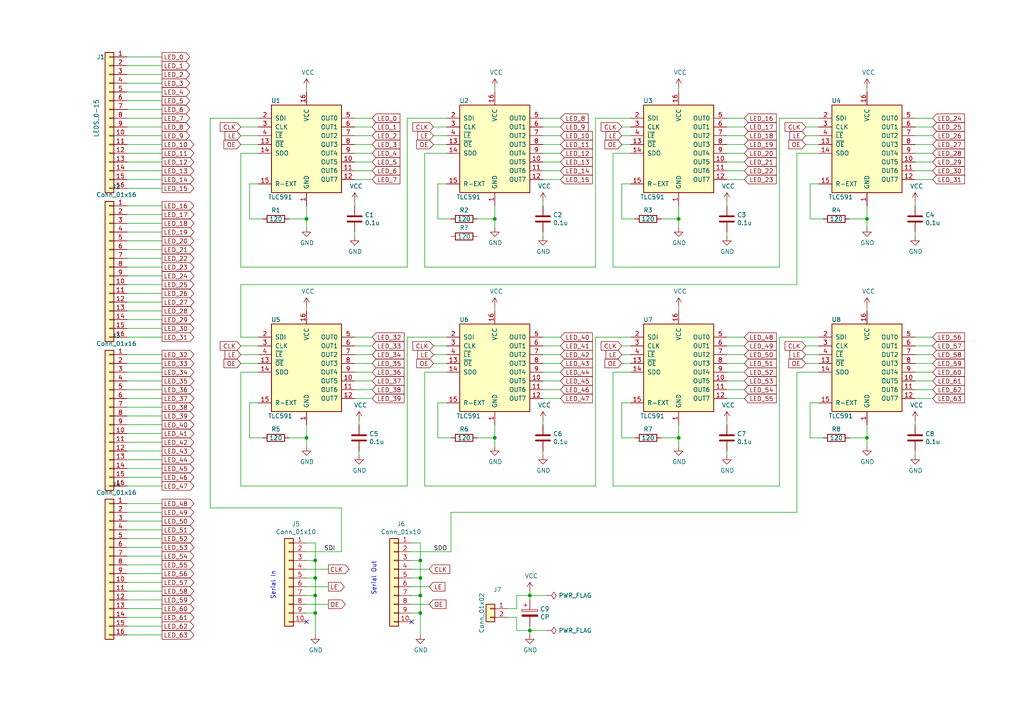
<source format=kicad_sch>
(kicad_sch (version 20230121) (generator eeschema)
  (paper "A4")
  (title_block (title "LED low side switch") (date "2018-05-18") (rev "1V0") (comment 1 "8 constant current shift register"))
  (junction (at 251.46 127))
  (junction (at 121.92 172.72))
  (junction (at 88.9 127))
  (junction (at 153.67 172.72))
  (junction (at 196.85 63.5))
  (junction (at 91.44 172.72))
  (junction (at 143.51 127))
  (junction (at 121.92 177.8))
  (junction (at 91.44 177.8))
  (junction (at 143.51 63.5))
  (junction (at 196.85 127))
  (junction (at 91.44 167.64))
  (junction (at 121.92 167.64))
  (junction (at 91.44 162.56))
  (junction (at 121.92 162.56))
  (junction (at 251.46 63.5))
  (junction (at 88.9 63.5))
  (junction (at 153.67 182.88))
  (no_connect (at 119.38 180.34))
  (no_connect (at 88.9 180.34))
  (wire (pts (xy 121.92 167.64) (xy 121.92 172.72)))
  (wire (pts (xy 118.11 140.97) (xy 118.11 97.79)))
  (wire (pts (xy 153.67 182.88) (xy 153.67 181.61)))
  (wire (pts (xy 76.2 127) (xy 72.39 127)))
  (wire (pts (xy 184.15 63.5) (xy 180.34 63.5)))
  (wire (pts (xy 102.87 46.99) (xy 107.95 46.99)))
  (wire (pts (xy 95.25 165.1) (xy 88.9 165.1)))
  (wire (pts (xy 127 63.5) (xy 130.81 63.5)))
  (wire (pts (xy 46.99 90.17) (xy 36.83 90.17)))
  (wire (pts (xy 237.49 102.87) (xy 233.68 102.87)))
  (wire (pts (xy 270.51 49.53) (xy 265.43 49.53)))
  (wire (pts (xy 215.9 113.03) (xy 210.82 113.03)))
  (wire (pts (xy 180.34 100.33) (xy 182.88 100.33)))
  (wire (pts (xy 246.38 63.5) (xy 251.46 63.5)))
  (wire (pts (xy 270.51 100.33) (xy 265.43 100.33)))
  (wire (pts (xy 265.43 58.42) (xy 265.43 59.69)))
  (wire (pts (xy 88.9 172.72) (xy 91.44 172.72)))
  (wire (pts (xy 46.99 80.01) (xy 36.83 80.01)))
  (wire (pts (xy 123.19 107.95) (xy 123.19 140.97)))
  (wire (pts (xy 102.87 58.42) (xy 102.87 59.69)))
  (wire (pts (xy 226.06 97.79) (xy 237.49 97.79)))
  (wire (pts (xy 196.85 63.5) (xy 196.85 59.69)))
  (wire (pts (xy 265.43 110.49) (xy 270.51 110.49)))
  (wire (pts (xy 69.85 77.47) (xy 118.11 77.47)))
  (wire (pts (xy 265.43 41.91) (xy 270.51 41.91)))
  (wire (pts (xy 180.34 102.87) (xy 182.88 102.87)))
  (wire (pts (xy 130.81 148.59) (xy 130.81 160.02)))
  (wire (pts (xy 210.82 52.07) (xy 215.9 52.07)))
  (wire (pts (xy 162.56 100.33) (xy 157.48 100.33)))
  (wire (pts (xy 107.95 49.53) (xy 102.87 49.53)))
  (wire (pts (xy 177.8 44.45) (xy 177.8 77.47)))
  (wire (pts (xy 69.85 97.79) (xy 74.93 97.79)))
  (wire (pts (xy 210.82 41.91) (xy 215.9 41.91)))
  (wire (pts (xy 226.06 77.47) (xy 226.06 34.29)))
  (wire (pts (xy 226.06 34.29) (xy 237.49 34.29)))
  (wire (pts (xy 196.85 25.4) (xy 196.85 26.67)))
  (wire (pts (xy 46.99 128.27) (xy 36.83 128.27)))
  (wire (pts (xy 46.99 105.41) (xy 36.83 105.41)))
  (wire (pts (xy 107.95 100.33) (xy 102.87 100.33)))
  (wire (pts (xy 162.56 113.03) (xy 157.48 113.03)))
  (wire (pts (xy 177.8 140.97) (xy 226.06 140.97)))
  (wire (pts (xy 237.49 44.45) (xy 231.14 44.45)))
  (wire (pts (xy 46.99 34.29) (xy 36.83 34.29)))
  (wire (pts (xy 95.25 175.26) (xy 88.9 175.26)))
  (wire (pts (xy 46.99 163.83) (xy 36.83 163.83)))
  (wire (pts (xy 210.82 39.37) (xy 215.9 39.37)))
  (wire (pts (xy 153.67 171.45) (xy 153.67 172.72)))
  (wire (pts (xy 237.49 39.37) (xy 233.68 39.37)))
  (wire (pts (xy 129.54 44.45) (xy 123.19 44.45)))
  (wire (pts (xy 46.99 29.21) (xy 36.83 29.21)))
  (wire (pts (xy 46.99 21.59) (xy 36.83 21.59)))
  (wire (pts (xy 107.95 36.83) (xy 102.87 36.83)))
  (wire (pts (xy 251.46 25.4) (xy 251.46 26.67)))
  (wire (pts (xy 231.14 44.45) (xy 231.14 82.55)))
  (wire (pts (xy 196.85 88.9) (xy 196.85 90.17)))
  (wire (pts (xy 104.14 132.08) (xy 104.14 130.81)))
  (wire (pts (xy 127 127) (xy 127 116.84)))
  (wire (pts (xy 102.87 52.07) (xy 107.95 52.07)))
  (wire (pts (xy 234.95 63.5) (xy 234.95 53.34)))
  (wire (pts (xy 231.14 148.59) (xy 130.81 148.59)))
  (wire (pts (xy 88.9 66.04) (xy 88.9 63.5)))
  (wire (pts (xy 46.99 168.91) (xy 36.83 168.91)))
  (wire (pts (xy 125.73 100.33) (xy 129.54 100.33)))
  (wire (pts (xy 210.82 105.41) (xy 215.9 105.41)))
  (wire (pts (xy 143.51 25.4) (xy 143.51 26.67)))
  (wire (pts (xy 153.67 172.72) (xy 153.67 173.99)))
  (wire (pts (xy 177.8 107.95) (xy 177.8 140.97)))
  (wire (pts (xy 46.99 52.07) (xy 36.83 52.07)))
  (wire (pts (xy 107.95 107.95) (xy 102.87 107.95)))
  (wire (pts (xy 157.48 41.91) (xy 162.56 41.91)))
  (wire (pts (xy 102.87 115.57) (xy 107.95 115.57)))
  (wire (pts (xy 46.99 92.71) (xy 36.83 92.71)))
  (wire (pts (xy 124.46 165.1) (xy 119.38 165.1)))
  (wire (pts (xy 231.14 107.95) (xy 231.14 148.59)))
  (wire (pts (xy 215.9 49.53) (xy 210.82 49.53)))
  (wire (pts (xy 88.9 157.48) (xy 91.44 157.48)))
  (wire (pts (xy 46.99 46.99) (xy 36.83 46.99)))
  (wire (pts (xy 123.19 44.45) (xy 123.19 77.47)))
  (wire (pts (xy 91.44 157.48) (xy 91.44 162.56)))
  (wire (pts (xy 233.68 100.33) (xy 237.49 100.33)))
  (wire (pts (xy 157.48 102.87) (xy 162.56 102.87)))
  (wire (pts (xy 46.99 151.13) (xy 36.83 151.13)))
  (wire (pts (xy 180.34 63.5) (xy 180.34 53.34)))
  (wire (pts (xy 157.48 68.58) (xy 157.48 67.31)))
  (wire (pts (xy 121.92 172.72) (xy 121.92 177.8)))
  (wire (pts (xy 265.43 68.58) (xy 265.43 67.31)))
  (wire (pts (xy 72.39 116.84) (xy 74.93 116.84)))
  (wire (pts (xy 210.82 58.42) (xy 210.82 59.69)))
  (wire (pts (xy 46.99 184.15) (xy 36.83 184.15)))
  (wire (pts (xy 121.92 162.56) (xy 121.92 157.48)))
  (wire (pts (xy 46.99 64.77) (xy 36.83 64.77)))
  (wire (pts (xy 172.72 97.79) (xy 172.72 140.97)))
  (wire (pts (xy 191.77 63.5) (xy 196.85 63.5)))
  (wire (pts (xy 46.99 115.57) (xy 36.83 115.57)))
  (wire (pts (xy 46.99 59.69) (xy 36.83 59.69)))
  (wire (pts (xy 46.99 74.93) (xy 36.83 74.93)))
  (wire (pts (xy 177.8 77.47) (xy 226.06 77.47)))
  (wire (pts (xy 46.99 54.61) (xy 36.83 54.61)))
  (wire (pts (xy 157.48 52.07) (xy 162.56 52.07)))
  (wire (pts (xy 143.51 63.5) (xy 143.51 59.69)))
  (wire (pts (xy 119.38 172.72) (xy 121.92 172.72)))
  (wire (pts (xy 251.46 88.9) (xy 251.46 90.17)))
  (wire (pts (xy 46.99 72.39) (xy 36.83 72.39)))
  (wire (pts (xy 162.56 107.95) (xy 157.48 107.95)))
  (wire (pts (xy 102.87 34.29) (xy 107.95 34.29)))
  (wire (pts (xy 46.99 95.25) (xy 36.83 95.25)))
  (wire (pts (xy 251.46 66.04) (xy 251.46 63.5)))
  (wire (pts (xy 119.38 177.8) (xy 121.92 177.8)))
  (wire (pts (xy 69.85 39.37) (xy 74.93 39.37)))
  (wire (pts (xy 147.32 179.07) (xy 149.86 179.07)))
  (wire (pts (xy 149.86 182.88) (xy 153.67 182.88)))
  (wire (pts (xy 233.68 105.41) (xy 237.49 105.41)))
  (wire (pts (xy 210.82 97.79) (xy 215.9 97.79)))
  (wire (pts (xy 69.85 102.87) (xy 74.93 102.87)))
  (wire (pts (xy 46.99 62.23) (xy 36.83 62.23)))
  (wire (pts (xy 74.93 107.95) (xy 69.85 107.95)))
  (wire (pts (xy 46.99 26.67) (xy 36.83 26.67)))
  (wire (pts (xy 88.9 25.4) (xy 88.9 26.67)))
  (wire (pts (xy 265.43 105.41) (xy 270.51 105.41)))
  (wire (pts (xy 215.9 100.33) (xy 210.82 100.33)))
  (wire (pts (xy 107.95 44.45) (xy 102.87 44.45)))
  (wire (pts (xy 46.99 69.85) (xy 36.83 69.85)))
  (wire (pts (xy 91.44 172.72) (xy 91.44 177.8)))
  (wire (pts (xy 123.19 140.97) (xy 172.72 140.97)))
  (wire (pts (xy 88.9 160.02) (xy 99.06 160.02)))
  (wire (pts (xy 127 53.34) (xy 129.54 53.34)))
  (wire (pts (xy 46.99 130.81) (xy 36.83 130.81)))
  (wire (pts (xy 265.43 115.57) (xy 270.51 115.57)))
  (wire (pts (xy 157.48 132.08) (xy 157.48 130.81)))
  (wire (pts (xy 69.85 140.97) (xy 118.11 140.97)))
  (wire (pts (xy 88.9 162.56) (xy 91.44 162.56)))
  (wire (pts (xy 234.95 127) (xy 234.95 116.84)))
  (wire (pts (xy 46.99 123.19) (xy 36.83 123.19)))
  (wire (pts (xy 210.82 132.08) (xy 210.82 130.81)))
  (wire (pts (xy 118.11 97.79) (xy 129.54 97.79)))
  (wire (pts (xy 119.38 157.48) (xy 121.92 157.48)))
  (wire (pts (xy 102.87 39.37) (xy 107.95 39.37)))
  (wire (pts (xy 83.82 127) (xy 88.9 127)))
  (wire (pts (xy 180.34 41.91) (xy 182.88 41.91)))
  (wire (pts (xy 46.99 181.61) (xy 36.83 181.61)))
  (wire (pts (xy 46.99 118.11) (xy 36.83 118.11)))
  (wire (pts (xy 46.99 158.75) (xy 36.83 158.75)))
  (wire (pts (xy 46.99 173.99) (xy 36.83 173.99)))
  (wire (pts (xy 124.46 175.26) (xy 119.38 175.26)))
  (wire (pts (xy 162.56 44.45) (xy 157.48 44.45)))
  (wire (pts (xy 46.99 179.07) (xy 36.83 179.07)))
  (wire (pts (xy 125.73 105.41) (xy 129.54 105.41)))
  (wire (pts (xy 46.99 87.63) (xy 36.83 87.63)))
  (wire (pts (xy 270.51 36.83) (xy 265.43 36.83)))
  (wire (pts (xy 46.99 41.91) (xy 36.83 41.91)))
  (wire (pts (xy 143.51 88.9) (xy 143.51 90.17)))
  (wire (pts (xy 46.99 161.29) (xy 36.83 161.29)))
  (wire (pts (xy 60.96 34.29) (xy 74.93 34.29)))
  (wire (pts (xy 69.85 82.55) (xy 69.85 97.79)))
  (wire (pts (xy 127 63.5) (xy 127 53.34)))
  (wire (pts (xy 210.82 110.49) (xy 215.9 110.49)))
  (wire (pts (xy 234.95 53.34) (xy 237.49 53.34)))
  (wire (pts (xy 191.77 127) (xy 196.85 127)))
  (wire (pts (xy 46.99 176.53) (xy 36.83 176.53)))
  (wire (pts (xy 158.75 172.72) (xy 153.67 172.72)))
  (wire (pts (xy 180.34 116.84) (xy 182.88 116.84)))
  (wire (pts (xy 149.86 176.53) (xy 149.86 172.72)))
  (wire (pts (xy 46.99 39.37) (xy 36.83 39.37)))
  (wire (pts (xy 231.14 82.55) (xy 69.85 82.55)))
  (wire (pts (xy 210.82 68.58) (xy 210.82 67.31)))
  (wire (pts (xy 74.93 44.45) (xy 69.85 44.45)))
  (wire (pts (xy 69.85 44.45) (xy 69.85 77.47)))
  (wire (pts (xy 46.99 171.45) (xy 36.83 171.45)))
  (wire (pts (xy 127 116.84) (xy 129.54 116.84)))
  (wire (pts (xy 125.73 36.83) (xy 129.54 36.83)))
  (wire (pts (xy 182.88 107.95) (xy 177.8 107.95)))
  (wire (pts (xy 102.87 102.87) (xy 107.95 102.87)))
  (wire (pts (xy 251.46 129.54) (xy 251.46 127)))
  (wire (pts (xy 46.99 107.95) (xy 36.83 107.95)))
  (wire (pts (xy 46.99 82.55) (xy 36.83 82.55)))
  (wire (pts (xy 251.46 127) (xy 251.46 123.19)))
  (wire (pts (xy 210.82 34.29) (xy 215.9 34.29)))
  (wire (pts (xy 46.99 120.65) (xy 36.83 120.65)))
  (wire (pts (xy 46.99 153.67) (xy 36.83 153.67)))
  (wire (pts (xy 119.38 170.18) (xy 124.46 170.18)))
  (wire (pts (xy 69.85 36.83) (xy 74.93 36.83)))
  (wire (pts (xy 184.15 127) (xy 180.34 127)))
  (wire (pts (xy 172.72 34.29) (xy 182.88 34.29)))
  (wire (pts (xy 121.92 177.8) (xy 121.92 184.15)))
  (wire (pts (xy 265.43 39.37) (xy 270.51 39.37)))
  (wire (pts (xy 119.38 167.64) (xy 121.92 167.64)))
  (wire (pts (xy 129.54 39.37) (xy 125.73 39.37)))
  (wire (pts (xy 46.99 85.09) (xy 36.83 85.09)))
  (wire (pts (xy 157.48 115.57) (xy 162.56 115.57)))
  (wire (pts (xy 72.39 63.5) (xy 72.39 53.34)))
  (wire (pts (xy 46.99 36.83) (xy 36.83 36.83)))
  (wire (pts (xy 265.43 132.08) (xy 265.43 130.81)))
  (wire (pts (xy 210.82 46.99) (xy 215.9 46.99)))
  (wire (pts (xy 46.99 44.45) (xy 36.83 44.45)))
  (wire (pts (xy 143.51 66.04) (xy 143.51 63.5)))
  (wire (pts (xy 147.32 176.53) (xy 149.86 176.53)))
  (wire (pts (xy 237.49 107.95) (xy 231.14 107.95)))
  (wire (pts (xy 125.73 41.91) (xy 129.54 41.91)))
  (wire (pts (xy 180.34 127) (xy 180.34 116.84)))
  (wire (pts (xy 153.67 184.15) (xy 153.67 182.88)))
  (wire (pts (xy 46.99 135.89) (xy 36.83 135.89)))
  (wire (pts (xy 118.11 34.29) (xy 129.54 34.29)))
  (wire (pts (xy 88.9 63.5) (xy 88.9 59.69)))
  (wire (pts (xy 226.06 140.97) (xy 226.06 97.79)))
  (wire (pts (xy 46.99 102.87) (xy 36.83 102.87)))
  (wire (pts (xy 210.82 121.92) (xy 210.82 123.19)))
  (wire (pts (xy 157.48 46.99) (xy 162.56 46.99)))
  (wire (pts (xy 46.99 125.73) (xy 36.83 125.73)))
  (wire (pts (xy 233.68 41.91) (xy 237.49 41.91)))
  (wire (pts (xy 233.68 36.83) (xy 237.49 36.83)))
  (wire (pts (xy 102.87 110.49) (xy 107.95 110.49)))
  (wire (pts (xy 99.06 147.32) (xy 60.96 147.32)))
  (wire (pts (xy 69.85 107.95) (xy 69.85 140.97)))
  (wire (pts (xy 72.39 53.34) (xy 74.93 53.34)))
  (wire (pts (xy 182.88 44.45) (xy 177.8 44.45)))
  (wire (pts (xy 215.9 107.95) (xy 210.82 107.95)))
  (wire (pts (xy 46.99 140.97) (xy 36.83 140.97)))
  (wire (pts (xy 46.99 31.75) (xy 36.83 31.75)))
  (wire (pts (xy 46.99 67.31) (xy 36.83 67.31)))
  (wire (pts (xy 180.34 36.83) (xy 182.88 36.83)))
  (wire (pts (xy 46.99 113.03) (xy 36.83 113.03)))
  (wire (pts (xy 143.51 129.54) (xy 143.51 127)))
  (wire (pts (xy 46.99 16.51) (xy 36.83 16.51)))
  (wire (pts (xy 158.75 182.88) (xy 153.67 182.88)))
  (wire (pts (xy 46.99 77.47) (xy 36.83 77.47)))
  (wire (pts (xy 69.85 100.33) (xy 74.93 100.33)))
  (wire (pts (xy 162.56 49.53) (xy 157.48 49.53)))
  (wire (pts (xy 265.43 102.87) (xy 270.51 102.87)))
  (wire (pts (xy 265.43 46.99) (xy 270.51 46.99)))
  (wire (pts (xy 72.39 127) (xy 72.39 116.84)))
  (wire (pts (xy 265.43 121.92) (xy 265.43 123.19)))
  (wire (pts (xy 172.72 34.29) (xy 172.72 77.47)))
  (wire (pts (xy 104.14 121.92) (xy 104.14 123.19)))
  (wire (pts (xy 215.9 44.45) (xy 210.82 44.45)))
  (wire (pts (xy 157.48 110.49) (xy 162.56 110.49)))
  (wire (pts (xy 46.99 148.59) (xy 36.83 148.59)))
  (wire (pts (xy 143.51 127) (xy 143.51 123.19)))
  (wire (pts (xy 69.85 105.41) (xy 74.93 105.41)))
  (wire (pts (xy 88.9 170.18) (xy 95.25 170.18)))
  (wire (pts (xy 46.99 19.05) (xy 36.83 19.05)))
  (wire (pts (xy 119.38 162.56) (xy 121.92 162.56)))
  (wire (pts (xy 149.86 179.07) (xy 149.86 182.88)))
  (wire (pts (xy 157.48 97.79) (xy 162.56 97.79)))
  (wire (pts (xy 138.43 127) (xy 143.51 127)))
  (wire (pts (xy 196.85 66.04) (xy 196.85 63.5)))
  (wire (pts (xy 157.48 39.37) (xy 162.56 39.37)))
  (wire (pts (xy 234.95 116.84) (xy 237.49 116.84)))
  (wire (pts (xy 46.99 156.21) (xy 36.83 156.21)))
  (wire (pts (xy 129.54 107.95) (xy 123.19 107.95)))
  (wire (pts (xy 180.34 39.37) (xy 182.88 39.37)))
  (wire (pts (xy 107.95 113.03) (xy 102.87 113.03)))
  (wire (pts (xy 196.85 127) (xy 196.85 123.19)))
  (wire (pts (xy 88.9 167.64) (xy 91.44 167.64)))
  (wire (pts (xy 46.99 97.79) (xy 36.83 97.79)))
  (wire (pts (xy 215.9 36.83) (xy 210.82 36.83)))
  (wire (pts (xy 270.51 44.45) (xy 265.43 44.45)))
  (wire (pts (xy 251.46 63.5) (xy 251.46 59.69)))
  (wire (pts (xy 102.87 68.58) (xy 102.87 67.31)))
  (wire (pts (xy 246.38 127) (xy 251.46 127)))
  (wire (pts (xy 46.99 133.35) (xy 36.83 133.35)))
  (wire (pts (xy 270.51 107.95) (xy 265.43 107.95)))
  (wire (pts (xy 88.9 129.54) (xy 88.9 127)))
  (wire (pts (xy 180.34 53.34) (xy 182.88 53.34)))
  (wire (pts (xy 265.43 52.07) (xy 270.51 52.07)))
  (wire (pts (xy 102.87 97.79) (xy 107.95 97.79)))
  (wire (pts (xy 46.99 49.53) (xy 36.83 49.53)))
  (wire (pts (xy 265.43 34.29) (xy 270.51 34.29)))
  (wire (pts (xy 46.99 166.37) (xy 36.83 166.37)))
  (wire (pts (xy 91.44 162.56) (xy 91.44 167.64)))
  (wire (pts (xy 157.48 58.42) (xy 157.48 59.69)))
  (wire (pts (xy 88.9 177.8) (xy 91.44 177.8)))
  (wire (pts (xy 270.51 113.03) (xy 265.43 113.03)))
  (wire (pts (xy 210.82 102.87) (xy 215.9 102.87)))
  (wire (pts (xy 210.82 115.57) (xy 215.9 115.57)))
  (wire (pts (xy 69.85 41.91) (xy 74.93 41.91)))
  (wire (pts (xy 157.48 34.29) (xy 162.56 34.29)))
  (wire (pts (xy 102.87 41.91) (xy 107.95 41.91)))
  (wire (pts (xy 121.92 162.56) (xy 121.92 167.64)))
  (wire (pts (xy 76.2 63.5) (xy 72.39 63.5)))
  (wire (pts (xy 127 127) (xy 130.81 127)))
  (wire (pts (xy 172.72 97.79) (xy 182.88 97.79)))
  (wire (pts (xy 162.56 36.83) (xy 157.48 36.83)))
  (wire (pts (xy 46.99 110.49) (xy 36.83 110.49)))
  (wire (pts (xy 157.48 121.92) (xy 157.48 123.19)))
  (wire (pts (xy 88.9 88.9) (xy 88.9 90.17)))
  (wire (pts (xy 91.44 167.64) (xy 91.44 172.72)))
  (wire (pts (xy 118.11 77.47) (xy 118.11 34.29)))
  (wire (pts (xy 265.43 97.79) (xy 270.51 97.79)))
  (wire (pts (xy 83.82 63.5) (xy 88.9 63.5)))
  (wire (pts (xy 196.85 129.54) (xy 196.85 127)))
  (wire (pts (xy 102.87 105.41) (xy 107.95 105.41)))
  (wire (pts (xy 46.99 24.13) (xy 36.83 24.13)))
  (wire (pts (xy 123.19 77.47) (xy 172.72 77.47)))
  (wire (pts (xy 91.44 177.8) (xy 91.44 184.15)))
  (wire (pts (xy 60.96 147.32) (xy 60.96 34.29)))
  (wire (pts (xy 119.38 160.02) (xy 130.81 160.02)))
  (wire (pts (xy 88.9 127) (xy 88.9 123.19)))
  (wire (pts (xy 46.99 146.05) (xy 36.83 146.05)))
  (wire (pts (xy 180.34 105.41) (xy 182.88 105.41)))
  (wire (pts (xy 157.48 105.41) (xy 162.56 105.41)))
  (wire (pts (xy 99.06 160.02) (xy 99.06 147.32)))
  (wire (pts (xy 234.95 127) (xy 238.76 127)))
  (wire (pts (xy 234.95 63.5) (xy 238.76 63.5)))
  (wire (pts (xy 46.99 138.43) (xy 36.83 138.43)))
  (wire (pts (xy 149.86 172.72) (xy 153.67 172.72)))
  (wire (pts (xy 138.43 63.5) (xy 143.51 63.5)))
  (wire (pts (xy 129.54 102.87) (xy 125.73 102.87)))
  (text "Serial In" (at 80.01 173.99 90) (effects (font (size 1.27 1.27)) (justify left bottom)))
  (text "Serial Out" (at 109.22 172.72 90) (effects (font (size 1.27 1.27)) (justify left bottom)))
  (label "SDO" (at 125.73 160.02 0))
  (label "SDI" (at 93.98 160.02 0))
  (global_label "LED_1" (shape output) (at 46.99 19.05 0) (property "Intersheetrefs" "${INTERSHEET_REFS}" (effects hide)))
  (global_label "OE" (shape output) (at 95.25 175.26 0) (property "Intersheetrefs" "${INTERSHEET_REFS}" (effects hide)))
  (global_label "OE" (shape input) (at 180.34 105.41 180) (property "Intersheetrefs" "${INTERSHEET_REFS}" (effects hide)))
  (global_label "LED_60" (shape output) (at 46.99 176.53 0) (property "Intersheetrefs" "${INTERSHEET_REFS}" (effects hide)))
  (global_label "LED_8" (shape input) (at 162.56 34.29 0) (property "Intersheetrefs" "${INTERSHEET_REFS}" (effects hide)))
  (global_label "LE" (shape input) (at 69.85 39.37 180) (property "Intersheetrefs" "${INTERSHEET_REFS}" (effects hide)))
  (global_label "LED_31" (shape input) (at 270.51 52.07 0) (property "Intersheetrefs" "${INTERSHEET_REFS}" (effects hide)))
  (global_label "LED_31" (shape output) (at 46.99 97.79 0) (property "Intersheetrefs" "${INTERSHEET_REFS}" (effects hide)))
  (global_label "LED_61" (shape output) (at 46.99 179.07 0) (property "Intersheetrefs" "${INTERSHEET_REFS}" (effects hide)))
  (global_label "OE" (shape input) (at 69.85 105.41 180) (property "Intersheetrefs" "${INTERSHEET_REFS}" (effects hide)))
  (global_label "CLK" (shape input) (at 69.85 36.83 180) (property "Intersheetrefs" "${INTERSHEET_REFS}" (effects hide)))
  (global_label "OE" (shape input) (at 180.34 41.91 180) (property "Intersheetrefs" "${INTERSHEET_REFS}" (effects hide)))
  (global_label "LED_43" (shape output) (at 46.99 130.81 0) (property "Intersheetrefs" "${INTERSHEET_REFS}" (effects hide)))
  (global_label "LED_25" (shape output) (at 46.99 82.55 0) (property "Intersheetrefs" "${INTERSHEET_REFS}" (effects hide)))
  (global_label "LED_32" (shape output) (at 46.99 102.87 0) (property "Intersheetrefs" "${INTERSHEET_REFS}" (effects hide)))
  (global_label "OE" (shape input) (at 233.68 41.91 180) (property "Intersheetrefs" "${INTERSHEET_REFS}" (effects hide)))
  (global_label "LED_40" (shape input) (at 162.56 97.79 0) (property "Intersheetrefs" "${INTERSHEET_REFS}" (effects hide)))
  (global_label "LED_35" (shape output) (at 46.99 110.49 0) (property "Intersheetrefs" "${INTERSHEET_REFS}" (effects hide)))
  (global_label "CLK" (shape input) (at 233.68 36.83 180) (property "Intersheetrefs" "${INTERSHEET_REFS}" (effects hide)))
  (global_label "LED_62" (shape input) (at 270.51 113.03 0) (property "Intersheetrefs" "${INTERSHEET_REFS}" (effects hide)))
  (global_label "LED_51" (shape output) (at 46.99 153.67 0) (property "Intersheetrefs" "${INTERSHEET_REFS}" (effects hide)))
  (global_label "LE" (shape input) (at 125.73 102.87 180) (property "Intersheetrefs" "${INTERSHEET_REFS}" (effects hide)))
  (global_label "LED_62" (shape output) (at 46.99 181.61 0) (property "Intersheetrefs" "${INTERSHEET_REFS}" (effects hide)))
  (global_label "LED_5" (shape input) (at 107.95 46.99 0) (property "Intersheetrefs" "${INTERSHEET_REFS}" (effects hide)))
  (global_label "LED_17" (shape input) (at 215.9 36.83 0) (property "Intersheetrefs" "${INTERSHEET_REFS}" (effects hide)))
  (global_label "CLK" (shape input) (at 69.85 100.33 180) (property "Intersheetrefs" "${INTERSHEET_REFS}" (effects hide)))
  (global_label "LED_38" (shape output) (at 46.99 118.11 0) (property "Intersheetrefs" "${INTERSHEET_REFS}" (effects hide)))
  (global_label "LED_0" (shape input) (at 107.95 34.29 0) (property "Intersheetrefs" "${INTERSHEET_REFS}" (effects hide)))
  (global_label "LED_27" (shape output) (at 46.99 87.63 0) (property "Intersheetrefs" "${INTERSHEET_REFS}" (effects hide)))
  (global_label "LED_24" (shape output) (at 46.99 80.01 0) (property "Intersheetrefs" "${INTERSHEET_REFS}" (effects hide)))
  (global_label "LED_49" (shape input) (at 215.9 100.33 0) (property "Intersheetrefs" "${INTERSHEET_REFS}" (effects hide)))
  (global_label "LED_20" (shape input) (at 215.9 44.45 0) (property "Intersheetrefs" "${INTERSHEET_REFS}" (effects hide)))
  (global_label "LED_39" (shape input) (at 107.95 115.57 0) (property "Intersheetrefs" "${INTERSHEET_REFS}" (effects hide)))
  (global_label "LED_0" (shape output) (at 46.99 16.51 0) (property "Intersheetrefs" "${INTERSHEET_REFS}" (effects hide)))
  (global_label "LED_22" (shape output) (at 46.99 74.93 0) (property "Intersheetrefs" "${INTERSHEET_REFS}" (effects hide)))
  (global_label "OE" (shape input) (at 125.73 41.91 180) (property "Intersheetrefs" "${INTERSHEET_REFS}" (effects hide)))
  (global_label "LED_17" (shape output) (at 46.99 62.23 0) (property "Intersheetrefs" "${INTERSHEET_REFS}" (effects hide)))
  (global_label "LED_50" (shape output) (at 46.99 151.13 0) (property "Intersheetrefs" "${INTERSHEET_REFS}" (effects hide)))
  (global_label "LED_19" (shape input) (at 215.9 41.91 0) (property "Intersheetrefs" "${INTERSHEET_REFS}" (effects hide)))
  (global_label "LED_34" (shape input) (at 107.95 102.87 0) (property "Intersheetrefs" "${INTERSHEET_REFS}" (effects hide)))
  (global_label "LED_9" (shape input) (at 162.56 36.83 0) (property "Intersheetrefs" "${INTERSHEET_REFS}" (effects hide)))
  (global_label "LED_23" (shape output) (at 46.99 77.47 0) (property "Intersheetrefs" "${INTERSHEET_REFS}" (effects hide)))
  (global_label "LE" (shape input) (at 180.34 39.37 180) (property "Intersheetrefs" "${INTERSHEET_REFS}" (effects hide)))
  (global_label "LED_12" (shape output) (at 46.99 46.99 0) (property "Intersheetrefs" "${INTERSHEET_REFS}" (effects hide)))
  (global_label "LED_56" (shape input) (at 270.51 97.79 0) (property "Intersheetrefs" "${INTERSHEET_REFS}" (effects hide)))
  (global_label "LED_33" (shape input) (at 107.95 100.33 0) (property "Intersheetrefs" "${INTERSHEET_REFS}" (effects hide)))
  (global_label "LED_41" (shape input) (at 162.56 100.33 0) (property "Intersheetrefs" "${INTERSHEET_REFS}" (effects hide)))
  (global_label "LED_4" (shape input) (at 107.95 44.45 0) (property "Intersheetrefs" "${INTERSHEET_REFS}" (effects hide)))
  (global_label "LED_44" (shape input) (at 162.56 107.95 0) (property "Intersheetrefs" "${INTERSHEET_REFS}" (effects hide)))
  (global_label "LED_6" (shape input) (at 107.95 49.53 0) (property "Intersheetrefs" "${INTERSHEET_REFS}" (effects hide)))
  (global_label "LED_28" (shape output) (at 46.99 90.17 0) (property "Intersheetrefs" "${INTERSHEET_REFS}" (effects hide)))
  (global_label "LED_36" (shape output) (at 46.99 113.03 0) (property "Intersheetrefs" "${INTERSHEET_REFS}" (effects hide)))
  (global_label "LED_63" (shape input) (at 270.51 115.57 0) (property "Intersheetrefs" "${INTERSHEET_REFS}" (effects hide)))
  (global_label "LED_30" (shape output) (at 46.99 95.25 0) (property "Intersheetrefs" "${INTERSHEET_REFS}" (effects hide)))
  (global_label "LED_59" (shape input) (at 270.51 105.41 0) (property "Intersheetrefs" "${INTERSHEET_REFS}" (effects hide)))
  (global_label "LED_20" (shape output) (at 46.99 69.85 0) (property "Intersheetrefs" "${INTERSHEET_REFS}" (effects hide)))
  (global_label "LED_54" (shape input) (at 215.9 113.03 0) (property "Intersheetrefs" "${INTERSHEET_REFS}" (effects hide)))
  (global_label "LED_60" (shape input) (at 270.51 107.95 0) (property "Intersheetrefs" "${INTERSHEET_REFS}" (effects hide)))
  (global_label "LED_2" (shape output) (at 46.99 21.59 0) (property "Intersheetrefs" "${INTERSHEET_REFS}" (effects hide)))
  (global_label "LED_9" (shape output) (at 46.99 39.37 0) (property "Intersheetrefs" "${INTERSHEET_REFS}" (effects hide)))
  (global_label "LED_28" (shape input) (at 270.51 44.45 0) (property "Intersheetrefs" "${INTERSHEET_REFS}" (effects hide)))
  (global_label "LED_55" (shape input) (at 215.9 115.57 0) (property "Intersheetrefs" "${INTERSHEET_REFS}" (effects hide)))
  (global_label "LED_51" (shape input) (at 215.9 105.41 0) (property "Intersheetrefs" "${INTERSHEET_REFS}" (effects hide)))
  (global_label "LED_53" (shape output) (at 46.99 158.75 0) (property "Intersheetrefs" "${INTERSHEET_REFS}" (effects hide)))
  (global_label "LED_18" (shape output) (at 46.99 64.77 0) (property "Intersheetrefs" "${INTERSHEET_REFS}" (effects hide)))
  (global_label "LE" (shape input) (at 180.34 102.87 180) (property "Intersheetrefs" "${INTERSHEET_REFS}" (effects hide)))
  (global_label "LED_7" (shape output) (at 46.99 34.29 0) (property "Intersheetrefs" "${INTERSHEET_REFS}" (effects hide)))
  (global_label "LED_22" (shape input) (at 215.9 49.53 0) (property "Intersheetrefs" "${INTERSHEET_REFS}" (effects hide)))
  (global_label "LED_8" (shape output) (at 46.99 36.83 0) (property "Intersheetrefs" "${INTERSHEET_REFS}" (effects hide)))
  (global_label "LED_35" (shape input) (at 107.95 105.41 0) (property "Intersheetrefs" "${INTERSHEET_REFS}" (effects hide)))
  (global_label "LED_33" (shape output) (at 46.99 105.41 0) (property "Intersheetrefs" "${INTERSHEET_REFS}" (effects hide)))
  (global_label "LED_36" (shape input) (at 107.95 107.95 0) (property "Intersheetrefs" "${INTERSHEET_REFS}" (effects hide)))
  (global_label "LED_3" (shape input) (at 107.95 41.91 0) (property "Intersheetrefs" "${INTERSHEET_REFS}" (effects hide)))
  (global_label "LED_47" (shape output) (at 46.99 140.97 0) (property "Intersheetrefs" "${INTERSHEET_REFS}" (effects hide)))
  (global_label "LED_48" (shape input) (at 215.9 97.79 0) (property "Intersheetrefs" "${INTERSHEET_REFS}" (effects hide)))
  (global_label "LED_16" (shape input) (at 215.9 34.29 0) (property "Intersheetrefs" "${INTERSHEET_REFS}" (effects hide)))
  (global_label "LED_41" (shape output) (at 46.99 125.73 0) (property "Intersheetrefs" "${INTERSHEET_REFS}" (effects hide)))
  (global_label "LE" (shape input) (at 69.85 102.87 180) (property "Intersheetrefs" "${INTERSHEET_REFS}" (effects hide)))
  (global_label "OE" (shape input) (at 124.46 175.26 0) (property "Intersheetrefs" "${INTERSHEET_REFS}" (effects hide)))
  (global_label "LED_37" (shape input) (at 107.95 110.49 0) (property "Intersheetrefs" "${INTERSHEET_REFS}" (effects hide)))
  (global_label "LE" (shape input) (at 233.68 39.37 180) (property "Intersheetrefs" "${INTERSHEET_REFS}" (effects hide)))
  (global_label "LED_57" (shape input) (at 270.51 100.33 0) (property "Intersheetrefs" "${INTERSHEET_REFS}" (effects hide)))
  (global_label "OE" (shape input) (at 233.68 105.41 180) (property "Intersheetrefs" "${INTERSHEET_REFS}" (effects hide)))
  (global_label "LED_14" (shape input) (at 162.56 49.53 0) (property "Intersheetrefs" "${INTERSHEET_REFS}" (effects hide)))
  (global_label "LED_2" (shape input) (at 107.95 39.37 0) (property "Intersheetrefs" "${INTERSHEET_REFS}" (effects hide)))
  (global_label "LE" (shape input) (at 124.46 170.18 0) (property "Intersheetrefs" "${INTERSHEET_REFS}" (effects hide)))
  (global_label "LED_55" (shape output) (at 46.99 163.83 0) (property "Intersheetrefs" "${INTERSHEET_REFS}" (effects hide)))
  (global_label "CLK" (shape input) (at 233.68 100.33 180) (property "Intersheetrefs" "${INTERSHEET_REFS}" (effects hide)))
  (global_label "LED_49" (shape output) (at 46.99 148.59 0) (property "Intersheetrefs" "${INTERSHEET_REFS}" (effects hide)))
  (global_label "LED_59" (shape output) (at 46.99 173.99 0) (property "Intersheetrefs" "${INTERSHEET_REFS}" (effects hide)))
  (global_label "LED_10" (shape input) (at 162.56 39.37 0) (property "Intersheetrefs" "${INTERSHEET_REFS}" (effects hide)))
  (global_label "LED_63" (shape output) (at 46.99 184.15 0) (property "Intersheetrefs" "${INTERSHEET_REFS}" (effects hide)))
  (global_label "LED_4" (shape output) (at 46.99 26.67 0) (property "Intersheetrefs" "${INTERSHEET_REFS}" (effects hide)))
  (global_label "LED_1" (shape input) (at 107.95 36.83 0) (property "Intersheetrefs" "${INTERSHEET_REFS}" (effects hide)))
  (global_label "LED_25" (shape input) (at 270.51 36.83 0) (property "Intersheetrefs" "${INTERSHEET_REFS}" (effects hide)))
  (global_label "LED_43" (shape input) (at 162.56 105.41 0) (property "Intersheetrefs" "${INTERSHEET_REFS}" (effects hide)))
  (global_label "CLK" (shape input) (at 180.34 100.33 180) (property "Intersheetrefs" "${INTERSHEET_REFS}" (effects hide)))
  (global_label "LED_15" (shape input) (at 162.56 52.07 0) (property "Intersheetrefs" "${INTERSHEET_REFS}" (effects hide)))
  (global_label "LED_52" (shape input) (at 215.9 107.95 0) (property "Intersheetrefs" "${INTERSHEET_REFS}" (effects hide)))
  (global_label "LED_45" (shape input) (at 162.56 110.49 0) (property "Intersheetrefs" "${INTERSHEET_REFS}" (effects hide)))
  (global_label "LED_32" (shape input) (at 107.95 97.79 0) (property "Intersheetrefs" "${INTERSHEET_REFS}" (effects hide)))
  (global_label "LED_56" (shape output) (at 46.99 166.37 0) (property "Intersheetrefs" "${INTERSHEET_REFS}" (effects hide)))
  (global_label "LE" (shape output) (at 95.25 170.18 0) (property "Intersheetrefs" "${INTERSHEET_REFS}" (effects hide)))
  (global_label "LED_6" (shape output) (at 46.99 31.75 0) (property "Intersheetrefs" "${INTERSHEET_REFS}" (effects hide)))
  (global_label "LED_7" (shape input) (at 107.95 52.07 0) (property "Intersheetrefs" "${INTERSHEET_REFS}" (effects hide)))
  (global_label "LED_16" (shape output) (at 46.99 59.69 0) (property "Intersheetrefs" "${INTERSHEET_REFS}" (effects hide)))
  (global_label "LED_13" (shape output) (at 46.99 49.53 0) (property "Intersheetrefs" "${INTERSHEET_REFS}" (effects hide)))
  (global_label "LED_54" (shape output) (at 46.99 161.29 0) (property "Intersheetrefs" "${INTERSHEET_REFS}" (effects hide)))
  (global_label "LED_44" (shape output) (at 46.99 133.35 0) (property "Intersheetrefs" "${INTERSHEET_REFS}" (effects hide)))
  (global_label "LED_30" (shape input) (at 270.51 49.53 0) (property "Intersheetrefs" "${INTERSHEET_REFS}" (effects hide)))
  (global_label "LED_23" (shape input) (at 215.9 52.07 0) (property "Intersheetrefs" "${INTERSHEET_REFS}" (effects hide)))
  (global_label "LED_53" (shape input) (at 215.9 110.49 0) (property "Intersheetrefs" "${INTERSHEET_REFS}" (effects hide)))
  (global_label "LED_29" (shape input) (at 270.51 46.99 0) (property "Intersheetrefs" "${INTERSHEET_REFS}" (effects hide)))
  (global_label "LED_42" (shape input) (at 162.56 102.87 0) (property "Intersheetrefs" "${INTERSHEET_REFS}" (effects hide)))
  (global_label "LED_21" (shape input) (at 215.9 46.99 0) (property "Intersheetrefs" "${INTERSHEET_REFS}" (effects hide)))
  (global_label "LED_13" (shape input) (at 162.56 46.99 0) (property "Intersheetrefs" "${INTERSHEET_REFS}" (effects hide)))
  (global_label "CLK" (shape input) (at 124.46 165.1 0) (property "Intersheetrefs" "${INTERSHEET_REFS}" (effects hide)))
  (global_label "LED_26" (shape output) (at 46.99 85.09 0) (property "Intersheetrefs" "${INTERSHEET_REFS}" (effects hide)))
  (global_label "LED_61" (shape input) (at 270.51 110.49 0) (property "Intersheetrefs" "${INTERSHEET_REFS}" (effects hide)))
  (global_label "LED_24" (shape input) (at 270.51 34.29 0) (property "Intersheetrefs" "${INTERSHEET_REFS}" (effects hide)))
  (global_label "LED_38" (shape input) (at 107.95 113.03 0) (property "Intersheetrefs" "${INTERSHEET_REFS}" (effects hide)))
  (global_label "LED_10" (shape output) (at 46.99 41.91 0) (property "Intersheetrefs" "${INTERSHEET_REFS}" (effects hide)))
  (global_label "LED_15" (shape output) (at 46.99 54.61 0) (property "Intersheetrefs" "${INTERSHEET_REFS}" (effects hide)))
  (global_label "LED_37" (shape output) (at 46.99 115.57 0) (property "Intersheetrefs" "${INTERSHEET_REFS}" (effects hide)))
  (global_label "CLK" (shape input) (at 125.73 100.33 180) (property "Intersheetrefs" "${INTERSHEET_REFS}" (effects hide)))
  (global_label "LE" (shape input) (at 125.73 39.37 180) (property "Intersheetrefs" "${INTERSHEET_REFS}" (effects hide)))
  (global_label "CLK" (shape output) (at 95.25 165.1 0) (property "Intersheetrefs" "${INTERSHEET_REFS}" (effects hide)))
  (global_label "LED_46" (shape output) (at 46.99 138.43 0) (property "Intersheetrefs" "${INTERSHEET_REFS}" (effects hide)))
  (global_label "LED_58" (shape output) (at 46.99 171.45 0) (property "Intersheetrefs" "${INTERSHEET_REFS}" (effects hide)))
  (global_label "CLK" (shape input) (at 125.73 36.83 180) (property "Intersheetrefs" "${INTERSHEET_REFS}" (effects hide)))
  (global_label "LED_12" (shape input) (at 162.56 44.45 0) (property "Intersheetrefs" "${INTERSHEET_REFS}" (effects hide)))
  (global_label "LED_47" (shape input) (at 162.56 115.57 0) (property "Intersheetrefs" "${INTERSHEET_REFS}" (effects hide)))
  (global_label "LED_29" (shape output) (at 46.99 92.71 0) (property "Intersheetrefs" "${INTERSHEET_REFS}" (effects hide)))
  (global_label "LED_46" (shape input) (at 162.56 113.03 0) (property "Intersheetrefs" "${INTERSHEET_REFS}" (effects hide)))
  (global_label "LED_21" (shape output) (at 46.99 72.39 0) (property "Intersheetrefs" "${INTERSHEET_REFS}" (effects hide)))
  (global_label "CLK" (shape input) (at 180.34 36.83 180) (property "Intersheetrefs" "${INTERSHEET_REFS}" (effects hide)))
  (global_label "LED_48" (shape output) (at 46.99 146.05 0) (property "Intersheetrefs" "${INTERSHEET_REFS}" (effects hide)))
  (global_label "OE" (shape input) (at 69.85 41.91 180) (property "Intersheetrefs" "${INTERSHEET_REFS}" (effects hide)))
  (global_label "LE" (shape input) (at 233.68 102.87 180) (property "Intersheetrefs" "${INTERSHEET_REFS}" (effects hide)))
  (global_label "OE" (shape input) (at 125.73 105.41 180) (property "Intersheetrefs" "${INTERSHEET_REFS}" (effects hide)))
  (global_label "LED_11" (shape output) (at 46.99 44.45 0) (property "Intersheetrefs" "${INTERSHEET_REFS}" (effects hide)))
  (global_label "LED_42" (shape output) (at 46.99 128.27 0) (property "Intersheetrefs" "${INTERSHEET_REFS}" (effects hide)))
  (global_label "LED_40" (shape output) (at 46.99 123.19 0) (property "Intersheetrefs" "${INTERSHEET_REFS}" (effects hide)))
  (global_label "LED_14" (shape output) (at 46.99 52.07 0) (property "Intersheetrefs" "${INTERSHEET_REFS}" (effects hide)))
  (global_label "LED_19" (shape output) (at 46.99 67.31 0) (property "Intersheetrefs" "${INTERSHEET_REFS}" (effects hide)))
  (global_label "LED_52" (shape output) (at 46.99 156.21 0) (property "Intersheetrefs" "${INTERSHEET_REFS}" (effects hide)))
  (global_label "LED_27" (shape input) (at 270.51 41.91 0) (property "Intersheetrefs" "${INTERSHEET_REFS}" (effects hide)))
  (global_label "LED_50" (shape input) (at 215.9 102.87 0) (property "Intersheetrefs" "${INTERSHEET_REFS}" (effects hide)))
  (global_label "LED_11" (shape input) (at 162.56 41.91 0) (property "Intersheetrefs" "${INTERSHEET_REFS}" (effects hide)))
  (global_label "LED_58" (shape input) (at 270.51 102.87 0) (property "Intersheetrefs" "${INTERSHEET_REFS}" (effects hide)))
  (global_label "LED_45" (shape output) (at 46.99 135.89 0) (property "Intersheetrefs" "${INTERSHEET_REFS}" (effects hide)))
  (global_label "LED_57" (shape output) (at 46.99 168.91 0) (property "Intersheetrefs" "${INTERSHEET_REFS}" (effects hide)))
  (global_label "LED_26" (shape input) (at 270.51 39.37 0) (property "Intersheetrefs" "${INTERSHEET_REFS}" (effects hide)))
  (global_label "LED_34" (shape output) (at 46.99 107.95 0) (property "Intersheetrefs" "${INTERSHEET_REFS}" (effects hide)))
  (global_label "LED_18" (shape input) (at 215.9 39.37 0) (property "Intersheetrefs" "${INTERSHEET_REFS}" (effects hide)))
  (global_label "LED_5" (shape output) (at 46.99 29.21 0) (property "Intersheetrefs" "${INTERSHEET_REFS}" (effects hide)))
  (global_label "LED_3" (shape output) (at 46.99 24.13 0) (property "Intersheetrefs" "${INTERSHEET_REFS}" (effects hide)))
  (global_label "LED_39" (shape output) (at 46.99 120.65 0) (property "Intersheetrefs" "${INTERSHEET_REFS}" (effects hide)))
  (symbol (lib_id "lowSideSwitch-rescue:TLC591-00_cosi_ic") (at 88.9 43.18 0) (unit 1)
    (property "Reference" "U1" (at 80.01 29.21 0))
    (property "Value" "TLC591" (at 81.28 57.15 0))
    (property "Footprint" "Package_SO:SOIC-16_3.9x9.9mm_P1.27mm" (effects hide))
  )
  (symbol (lib_id "lowSideSwitch-rescue:TLC591-00_cosi_ic") (at 143.51 43.18 0) (unit 1)
    (property "Reference" "U2" (at 134.62 29.21 0))
    (property "Value" "TLC591" (at 135.89 57.15 0))
    (property "Footprint" "Package_SO:SOIC-16_3.9x9.9mm_P1.27mm" (effects hide))
  )
  (symbol (lib_id "Connector_Generic:Conn_01x16") (at 31.75 34.29 0) (mirror y) (unit 1)
    (property "Reference" "J1" (at 29.21 16.51 0))
    (property "Value" "LEDS_0-15" (at 27.94 34.29 90))
    (property "Footprint" "Connector_IDC:IDC-Header_2x08_P2.54mm_Vertical" (effects hide))
  )
  (symbol (lib_id "power:VCC") (at 88.9 25.4 0) (unit 1)
    (property "Reference" "#PWR01" (effects hide))
    (property "Value" "VCC" (at 89.3318 21.0058 0))
  )
  (symbol (lib_id "power:GND") (at 88.9 66.04 0) (unit 1)
    (property "Reference" "#PWR09" (effects hide))
    (property "Value" "GND" (at 89.027 70.4342 0))
  )
  (symbol (lib_id "Connector_Generic:Conn_01x10") (at 83.82 167.64 0) (mirror y) (unit 1)
    (property "Reference" "J5" (at 85.852 151.9682 0))
    (property "Value" "Conn_01x10" (at 85.852 154.2796 0))
    (property "Footprint" "Connector_IDC:IDC-Header_2x05_P2.54mm_Vertical" (effects hide))
  )
  (symbol (lib_id "power:GND") (at 91.44 184.15 0) (unit 1)
    (property "Reference" "#PWR034" (effects hide))
    (property "Value" "GND" (at 91.567 188.5442 0))
  )
  (symbol (lib_id "Connector_Generic:Conn_01x10") (at 114.3 167.64 0) (mirror y) (unit 1)
    (property "Reference" "J6" (at 116.332 151.9682 0))
    (property "Value" "Conn_01x10" (at 116.332 154.2796 0))
    (property "Footprint" "Connector_IDC:IDC-Header_2x05_P2.54mm_Vertical" (effects hide))
  )
  (symbol (lib_id "Connector_Generic:Conn_01x16") (at 31.75 77.47 0) (mirror y) (unit 1)
    (property "Reference" "J2" (at 33.782 54.1782 0))
    (property "Value" "Conn_01x16" (at 33.782 56.4896 0))
    (property "Footprint" "Connector_IDC:IDC-Header_2x08_P2.54mm_Vertical" (effects hide))
  )
  (symbol (lib_id "Connector_Generic:Conn_01x16") (at 31.75 120.65 0) (mirror y) (unit 1)
    (property "Reference" "J3" (at 33.782 97.3582 0))
    (property "Value" "Conn_01x16" (at 33.782 99.6696 0))
    (property "Footprint" "Connector_IDC:IDC-Header_2x08_P2.54mm_Vertical" (effects hide))
  )
  (symbol (lib_id "Connector_Generic:Conn_01x16") (at 31.75 163.83 0) (mirror y) (unit 1)
    (property "Reference" "J4" (at 33.782 140.5382 0))
    (property "Value" "Conn_01x16" (at 33.782 142.8496 0))
    (property "Footprint" "Connector_IDC:IDC-Header_2x08_P2.54mm_Vertical" (effects hide))
  )
  (symbol (lib_id "power:GND") (at 121.92 184.15 0) (unit 1)
    (property "Reference" "#PWR035" (effects hide))
    (property "Value" "GND" (at 122.047 188.5442 0))
  )
  (symbol (lib_id "power:VCC") (at 143.51 25.4 0) (unit 1)
    (property "Reference" "#PWR02" (effects hide))
    (property "Value" "VCC" (at 143.9418 21.0058 0))
  )
  (symbol (lib_id "Device:R") (at 80.01 63.5 270) (unit 1)
    (property "Reference" "R1" (at 80.01 60.96 90))
    (property "Value" "120" (at 80.01 63.5 90))
    (property "Footprint" "Resistor_SMD:R_0603_1608Metric_Pad0.99x1.00mm_HandSolder" (effects hide))
  )
  (symbol (lib_id "power:GND") (at 143.51 66.04 0) (unit 1)
    (property "Reference" "#PWR010" (effects hide))
    (property "Value" "GND" (at 143.637 70.4342 0))
  )
  (symbol (lib_id "Device:R") (at 134.62 63.5 270) (unit 1)
    (property "Reference" "R2" (at 134.62 60.96 90))
    (property "Value" "120" (at 134.62 63.5 90))
    (property "Footprint" "Resistor_SMD:R_0603_1608Metric_Pad0.99x1.00mm_HandSolder" (effects hide))
  )
  (symbol (lib_id "Device:R") (at 242.57 63.5 270) (unit 1)
    (property "Reference" "R4" (at 242.57 60.96 90))
    (property "Value" "120" (at 242.57 63.5 90))
    (property "Footprint" "Resistor_SMD:R_0603_1608Metric_Pad0.99x1.00mm_HandSolder" (effects hide))
  )
  (symbol (lib_id "power:GND") (at 251.46 66.04 0) (unit 1)
    (property "Reference" "#PWR012" (effects hide))
    (property "Value" "GND" (at 251.587 70.4342 0))
  )
  (symbol (lib_id "Device:R") (at 187.96 63.5 270) (unit 1)
    (property "Reference" "R3" (at 187.96 60.96 90))
    (property "Value" "120" (at 187.96 63.5 90))
    (property "Footprint" "Resistor_SMD:R_0603_1608Metric_Pad0.99x1.00mm_HandSolder" (effects hide))
  )
  (symbol (lib_id "power:VCC") (at 251.46 25.4 0) (unit 1)
    (property "Reference" "#PWR04" (effects hide))
    (property "Value" "VCC" (at 251.8918 21.0058 0))
  )
  (symbol (lib_id "power:GND") (at 196.85 66.04 0) (unit 1)
    (property "Reference" "#PWR011" (effects hide))
    (property "Value" "GND" (at 196.977 70.4342 0))
  )
  (symbol (lib_id "power:VCC") (at 196.85 25.4 0) (unit 1)
    (property "Reference" "#PWR03" (effects hide))
    (property "Value" "VCC" (at 197.2818 21.0058 0))
  )
  (symbol (lib_id "lowSideSwitch-rescue:TLC591-00_cosi_ic") (at 251.46 43.18 0) (unit 1)
    (property "Reference" "U4" (at 242.57 29.21 0))
    (property "Value" "TLC591" (at 243.84 57.15 0))
    (property "Footprint" "Package_SO:SOIC-16_3.9x9.9mm_P1.27mm" (effects hide))
  )
  (symbol (lib_id "lowSideSwitch-rescue:TLC591-00_cosi_ic") (at 196.85 43.18 0) (unit 1)
    (property "Reference" "U3" (at 187.96 29.21 0))
    (property "Value" "TLC591" (at 189.23 57.15 0))
    (property "Footprint" "Package_SO:SOIC-16_3.9x9.9mm_P1.27mm" (effects hide))
  )
  (symbol (lib_id "Device:R") (at 134.62 68.58 90) (unit 1)
    (property "Reference" "R?" (at 134.62 66.04 90))
    (property "Value" "120" (at 134.62 68.58 90))
  )
  (symbol (lib_id "Device:R") (at 134.62 127 270) (unit 1)
    (property "Reference" "R6" (at 134.62 124.46 90))
    (property "Value" "120" (at 134.62 127 90))
    (property "Footprint" "Resistor_SMD:R_0603_1608Metric_Pad0.99x1.00mm_HandSolder" (effects hide))
  )
  (symbol (lib_id "power:GND") (at 143.51 129.54 0) (unit 1)
    (property "Reference" "#PWR026" (effects hide))
    (property "Value" "GND" (at 143.637 133.9342 0))
  )
  (symbol (lib_id "Device:R") (at 80.01 127 270) (unit 1)
    (property "Reference" "R5" (at 80.01 124.46 90))
    (property "Value" "120" (at 80.01 127 90))
    (property "Footprint" "Resistor_SMD:R_0603_1608Metric_Pad0.99x1.00mm_HandSolder" (effects hide))
  )
  (symbol (lib_id "power:VCC") (at 143.51 88.9 0) (unit 1)
    (property "Reference" "#PWR018" (effects hide))
    (property "Value" "VCC" (at 143.9418 84.5058 0))
  )
  (symbol (lib_id "power:GND") (at 88.9 129.54 0) (unit 1)
    (property "Reference" "#PWR025" (effects hide))
    (property "Value" "GND" (at 89.027 133.9342 0))
  )
  (symbol (lib_id "power:VCC") (at 88.9 88.9 0) (unit 1)
    (property "Reference" "#PWR017" (effects hide))
    (property "Value" "VCC" (at 89.3318 84.5058 0))
  )
  (symbol (lib_id "lowSideSwitch-rescue:TLC591-00_cosi_ic") (at 143.51 106.68 0) (unit 1)
    (property "Reference" "U6" (at 134.62 92.71 0))
    (property "Value" "TLC591" (at 135.89 120.65 0))
    (property "Footprint" "Package_SO:SOIC-16_3.9x9.9mm_P1.27mm" (effects hide))
  )
  (symbol (lib_id "lowSideSwitch-rescue:TLC591-00_cosi_ic") (at 88.9 106.68 0) (unit 1)
    (property "Reference" "U5" (at 80.01 92.71 0))
    (property "Value" "TLC591" (at 81.28 120.65 0))
    (property "Footprint" "Package_SO:SOIC-16_3.9x9.9mm_P1.27mm" (effects hide))
  )
  (symbol (lib_id "Device:R") (at 242.57 127 270) (unit 1)
    (property "Reference" "R8" (at 242.57 124.46 90))
    (property "Value" "120" (at 242.57 127 90))
    (property "Footprint" "Resistor_SMD:R_0603_1608Metric_Pad0.99x1.00mm_HandSolder" (effects hide))
  )
  (symbol (lib_id "power:GND") (at 251.46 129.54 0) (unit 1)
    (property "Reference" "#PWR028" (effects hide))
    (property "Value" "GND" (at 251.587 133.9342 0))
  )
  (symbol (lib_id "Device:R") (at 187.96 127 270) (unit 1)
    (property "Reference" "R7" (at 187.96 124.46 90))
    (property "Value" "120" (at 187.96 127 90))
    (property "Footprint" "Resistor_SMD:R_0603_1608Metric_Pad0.99x1.00mm_HandSolder" (effects hide))
  )
  (symbol (lib_id "power:VCC") (at 251.46 88.9 0) (unit 1)
    (property "Reference" "#PWR020" (effects hide))
    (property "Value" "VCC" (at 251.8918 84.5058 0))
  )
  (symbol (lib_id "power:GND") (at 196.85 129.54 0) (unit 1)
    (property "Reference" "#PWR027" (effects hide))
    (property "Value" "GND" (at 196.977 133.9342 0))
  )
  (symbol (lib_id "power:VCC") (at 196.85 88.9 0) (unit 1)
    (property "Reference" "#PWR019" (effects hide))
    (property "Value" "VCC" (at 197.2818 84.5058 0))
  )
  (symbol (lib_id "lowSideSwitch-rescue:TLC591-00_cosi_ic") (at 251.46 106.68 0) (unit 1)
    (property "Reference" "U8" (at 242.57 92.71 0))
    (property "Value" "TLC591" (at 243.84 120.65 0))
    (property "Footprint" "Package_SO:SOIC-16_3.9x9.9mm_P1.27mm" (effects hide))
  )
  (symbol (lib_id "lowSideSwitch-rescue:TLC591-00_cosi_ic") (at 196.85 106.68 0) (unit 1)
    (property "Reference" "U7" (at 187.96 92.71 0))
    (property "Value" "TLC591" (at 189.23 120.65 0))
    (property "Footprint" "Package_SO:SOIC-16_3.9x9.9mm_P1.27mm" (effects hide))
  )
  (symbol (lib_id "power:GND") (at 210.82 132.08 0) (unit 1)
    (property "Reference" "#PWR031" (effects hide))
    (property "Value" "GND" (at 210.947 136.4742 0))
  )
  (symbol (lib_id "power:VCC") (at 210.82 121.92 0) (unit 1)
    (property "Reference" "#PWR023" (effects hide))
    (property "Value" "VCC" (at 211.2518 117.5258 0))
  )
  (symbol (lib_id "power:VCC") (at 157.48 121.92 0) (unit 1)
    (property "Reference" "#PWR022" (effects hide))
    (property "Value" "VCC" (at 157.9118 117.5258 0))
  )
  (symbol (lib_id "power:GND") (at 157.48 132.08 0) (unit 1)
    (property "Reference" "#PWR030" (effects hide))
    (property "Value" "GND" (at 157.607 136.4742 0))
  )
  (symbol (lib_id "power:VCC") (at 104.14 121.92 0) (unit 1)
    (property "Reference" "#PWR021" (effects hide))
    (property "Value" "VCC" (at 104.5718 117.5258 0))
  )
  (symbol (lib_id "power:GND") (at 104.14 132.08 0) (unit 1)
    (property "Reference" "#PWR029" (effects hide))
    (property "Value" "GND" (at 104.267 136.4742 0))
  )
  (symbol (lib_id "power:VCC") (at 210.82 58.42 0) (unit 1)
    (property "Reference" "#PWR07" (effects hide))
    (property "Value" "VCC" (at 211.2518 54.0258 0))
  )
  (symbol (lib_id "power:GND") (at 210.82 68.58 0) (unit 1)
    (property "Reference" "#PWR015" (effects hide))
    (property "Value" "GND" (at 210.947 72.9742 0))
  )
  (symbol (lib_id "power:VCC") (at 157.48 58.42 0) (unit 1)
    (property "Reference" "#PWR06" (effects hide))
    (property "Value" "VCC" (at 157.9118 54.0258 0))
  )
  (symbol (lib_id "power:GND") (at 157.48 68.58 0) (unit 1)
    (property "Reference" "#PWR014" (effects hide))
    (property "Value" "GND" (at 157.607 72.9742 0))
  )
  (symbol (lib_id "power:VCC") (at 102.87 58.42 0) (unit 1)
    (property "Reference" "#PWR05" (effects hide))
    (property "Value" "VCC" (at 103.3018 54.0258 0))
  )
  (symbol (lib_id "power:GND") (at 102.87 68.58 0) (unit 1)
    (property "Reference" "#PWR013" (effects hide))
    (property "Value" "GND" (at 102.997 72.9742 0))
  )
  (symbol (lib_id "power:VCC") (at 265.43 58.42 0) (unit 1)
    (property "Reference" "#PWR08" (effects hide))
    (property "Value" "VCC" (at 265.8618 54.0258 0))
  )
  (symbol (lib_id "power:GND") (at 265.43 68.58 0) (unit 1)
    (property "Reference" "#PWR016" (effects hide))
    (property "Value" "GND" (at 265.557 72.9742 0))
  )
  (symbol (lib_id "power:VCC") (at 265.43 121.92 0) (unit 1)
    (property "Reference" "#PWR024" (effects hide))
    (property "Value" "VCC" (at 265.8618 117.5258 0))
  )
  (symbol (lib_id "power:GND") (at 265.43 132.08 0) (unit 1)
    (property "Reference" "#PWR032" (effects hide))
    (property "Value" "GND" (at 265.557 136.4742 0))
  )
  (symbol (lib_id "lowSideSwitch-rescue:CP-Device") (at 153.67 177.8 0) (unit 1)
    (property "Reference" "C9" (at 156.6672 176.6316 0) (effects (justify left)))
    (property "Value" "CP" (at 156.6672 178.943 0) (effects (justify left)))
    (property "Footprint" "Capacitor_SMD:CP_Elec_5x5.9" (effects hide))
  )
  (symbol (lib_id "Connector_Generic:Conn_01x02") (at 142.24 176.53 0) (mirror y) (unit 1)
    (property "Reference" "J7" (at 144.272 171.0182 0))
    (property "Value" "Conn_01x02" (at 139.7 177.8 90))
    (property "Footprint" "Connector_Phoenix_MSTB:PhoenixContact_MSTBA_2,5_2-G-5,08_1x02_P5.08mm_Horizontal" (effects hide))
  )
  (symbol (lib_id "power:GND") (at 153.67 184.15 0) (unit 1)
    (property "Reference" "#PWR036" (effects hide))
    (property "Value" "GND" (at 153.797 188.5442 0))
  )
  (symbol (lib_id "power:VCC") (at 153.67 171.45 0) (unit 1)
    (property "Reference" "#PWR033" (effects hide))
    (property "Value" "VCC" (at 154.1018 167.0558 0))
  )
  (symbol (lib_id "power:PWR_FLAG") (at 158.75 172.72 270) (unit 1)
    (property "Reference" "#FLG01" (effects hide))
    (property "Value" "PWR_FLAG" (at 162.0012 172.72 90) (effects (justify left)))
  )
  (symbol (lib_id "power:PWR_FLAG") (at 158.75 182.88 270) (unit 1)
    (property "Reference" "#FLG02" (effects hide))
    (property "Value" "PWR_FLAG" (at 162.0012 182.88 90) (effects (justify left)))
  )
  (symbol (lib_id "Device:C") (at 102.87 63.5 0) (unit 1)
    (property "Reference" "C1" (at 105.791 62.3316 0) (effects (justify left)))
    (property "Value" "0.1u" (at 105.791 64.643 0) (effects (justify left)))
    (property "Footprint" "Capacitor_SMD:C_0603_1608Metric_Pad0.99x1.00mm_HandSolder" (effects hide))
  )
  (symbol (lib_id "Device:C") (at 157.48 63.5 0) (unit 1)
    (property "Reference" "C2" (at 160.401 62.3316 0) (effects (justify left)))
    (property "Value" "0.1u" (at 160.401 64.643 0) (effects (justify left)))
    (property "Footprint" "Capacitor_SMD:C_0603_1608Metric_Pad0.99x1.00mm_HandSolder" (effects hide))
  )
  (symbol (lib_id "Device:C") (at 210.82 63.5 0) (unit 1)
    (property "Reference" "C3" (at 213.741 62.3316 0) (effects (justify left)))
    (property "Value" "0.1u" (at 213.741 64.643 0) (effects (justify left)))
    (property "Footprint" "Capacitor_SMD:C_0603_1608Metric_Pad0.99x1.00mm_HandSolder" (effects hide))
  )
  (symbol (lib_id "Device:C") (at 265.43 63.5 0) (unit 1)
    (property "Reference" "C4" (at 268.351 62.3316 0) (effects (justify left)))
    (property "Value" "0.1u" (at 268.351 64.643 0) (effects (justify left)))
    (property "Footprint" "Capacitor_SMD:C_0603_1608Metric_Pad0.99x1.00mm_HandSolder" (effects hide))
  )
  (symbol (lib_id "Device:C") (at 104.14 127 0) (unit 1)
    (property "Reference" "C5" (at 107.061 125.8316 0) (effects (justify left)))
    (property "Value" "0.1u" (at 107.061 128.143 0) (effects (justify left)))
    (property "Footprint" "Capacitor_SMD:C_0603_1608Metric_Pad0.99x1.00mm_HandSolder" (effects hide))
  )
  (symbol (lib_id "Device:C") (at 157.48 127 0) (unit 1)
    (property "Reference" "C6" (at 160.401 125.8316 0) (effects (justify left)))
    (property "Value" "0.1u" (at 160.401 128.143 0) (effects (justify left)))
    (property "Footprint" "Capacitor_SMD:C_0603_1608Metric_Pad0.99x1.00mm_HandSolder" (effects hide))
  )
  (symbol (lib_id "Device:C") (at 210.82 127 0) (unit 1)
    (property "Reference" "C7" (at 213.741 125.8316 0) (effects (justify left)))
    (property "Value" "0.1u" (at 213.741 128.143 0) (effects (justify left)))
    (property "Footprint" "Capacitor_SMD:C_0603_1608Metric_Pad0.99x1.00mm_HandSolder" (effects hide))
  )
  (symbol (lib_id "Device:C") (at 265.43 127 0) (unit 1)
    (property "Reference" "C8" (at 268.351 125.8316 0) (effects (justify left)))
    (property "Value" "0.1u" (at 268.351 128.143 0) (effects (justify left)))
    (property "Footprint" "Capacitor_SMD:C_0603_1608Metric_Pad0.99x1.00mm_HandSolder" (effects hide))
  )
)
</source>
